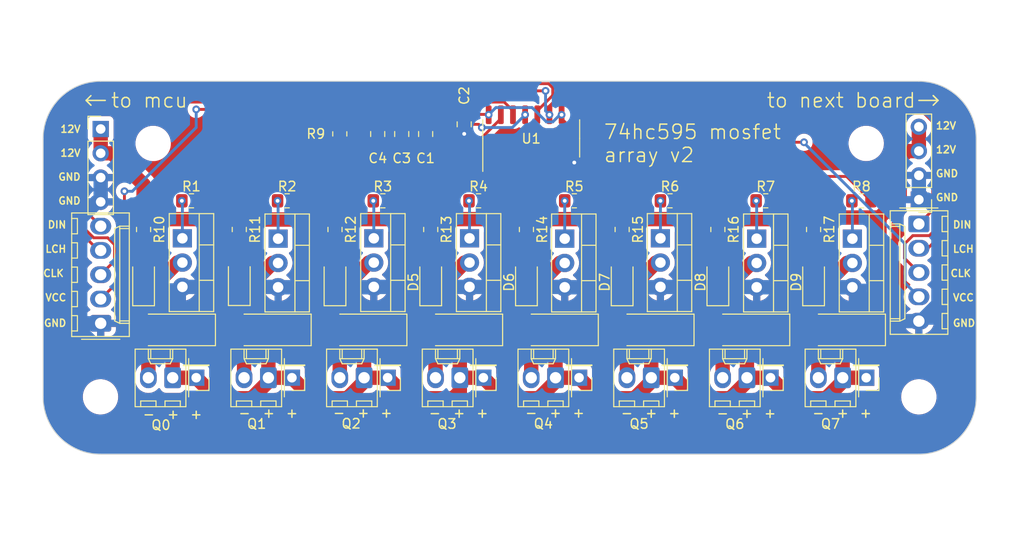
<source format=kicad_pcb>
(kicad_pcb (version 20221018) (generator pcbnew)
  (layers (0 "F.Cu" signal) (31 "B.Cu" signal) (34 "B.Paste" user) (35 "F.Paste" user) (36 "B.SilkS" user "B.Silkscreen") (37 "F.SilkS" user "F.Silkscreen") (38 "B.Mask" user) (39 "F.Mask" user) (44 "Edge.Cuts" user))
  (net 0 "")
  (net 1 "GND")
  (net 2 "VCC")
  (net 3 "Net-(D10-A)")
  (net 4 "Net-(D2-A)")
  (net 5 "Net-(D11-A)")
  (net 6 "Net-(D3-A)")
  (net 7 "Net-(D12-A)")
  (net 8 "Net-(D4-A)")
  (net 9 "Net-(D13-A)")
  (net 10 "Net-(D5-A)")
  (net 11 "Net-(D14-A)")
  (net 12 "Net-(D6-A)")
  (net 13 "Net-(D15-A)")
  (net 14 "Net-(D7-A)")
  (net 15 "Net-(D16-A)")
  (net 16 "Net-(D8-A)")
  (net 17 "Net-(D17-A)")
  (net 18 "Net-(D9-A)")
  (net 19 "12V")
  (net 20 "clock")
  (net 21 "latch")
  (net 22 "SerialIn")
  (net 23 "SerialOut")
  (net 24 "gate1")
  (net 25 "gate2")
  (net 26 "gate3")
  (net 27 "gate4")
  (net 28 "gate5")
  (net 29 "gate7")
  (net 30 "Net-(U1-QA)")
  (net 31 "gate0")
  (net 32 "Net-(U1-QB)")
  (net 33 "Net-(U1-QC)")
  (net 34 "Net-(U1-QD)")
  (net 35 "Net-(U1-QE)")
  (net 36 "Net-(U1-QF)")
  (net 37 "Net-(U1-QG)")
  (net 38 "gate6")
  (net 39 "Net-(U1-QH)")
  (net 40 "Net-(U1-~{OE})")
  (footprint "Resistor_SMD:R_0805_2012Metric_Pad1.20x1.40mm_HandSolder" (layer "F.Cu") (at 83 99.5 -90)
    (fp_text reference "R11")
    (fp_text value "10k")
  )
  (footprint "Connector_Molex:Molex_KK-254_AE-6410-05A_1x05_P2.54mm_Vertical" (layer "F.Cu") (at 154 98.92 -90)
    (fp_text reference "outgoing1" hide)
    (fp_text value "Conn_01x05_Pin")
  )
  (footprint "Connector_Molex:Molex_KK-254_AE-6410-02A_1x02_P2.54mm_Vertical" (layer "F.Cu") (at 146.04 115 180)
    (fp_text reference "J17" hide)
    (fp_text value "Conn_01x02_Pin")
  )
  (footprint "Resistor_SMD:R_0805_2012Metric_Pad1.20x1.40mm_HandSolder" (layer "F.Cu") (at 143 99.5 -90)
    (fp_text reference "R17")
    (fp_text value "10k")
  )
  (footprint "Resistor_SMD:R_0805_2012Metric_Pad1.20x1.40mm_HandSolder" (layer "F.Cu") (at 138 96.5 180)
    (fp_text reference "R7")
    (fp_text value "1k")
  )
  (footprint "Package_TO_SOT_THT:TO-220-3_Vertical" (layer "F.Cu") (at 107.055 100.42 -90)
    (fp_text reference "Q4" hide)
    (fp_text value "IRLB8721PBF")
  )
  (footprint "Package_TO_SOT_THT:TO-220-3_Vertical" (layer "F.Cu") (at 117 100.46 -90)
    (fp_text reference "Q5" hide)
    (fp_text value "IRLB8721PBF")
  )
  (footprint "Connector_PinHeader_2.54mm:PinHeader_1x01_P2.54mm_Vertical" (layer "F.Cu") (at 128.5 115 180)
    (fp_text reference "J10" hide)
    (fp_text value "Conn_01x01_Pin")
  )
  (footprint "Resistor_SMD:R_0805_2012Metric_Pad1.20x1.40mm_HandSolder" (layer "F.Cu") (at 148 96.5 180)
    (fp_text reference "R8")
    (fp_text value "1k")
  )
  (footprint "Capacitor_SMD:C_0805_2012Metric_Pad1.18x1.45mm_HandSolder" (layer "F.Cu") (at 99.97 89.514996 -90)
    (fp_text reference "C3")
    (fp_text value "10uF")
  )
  (footprint "Resistor_SMD:R_0805_2012Metric_Pad1.20x1.40mm_HandSolder" (layer "F.Cu") (at 78 96.5 180)
    (fp_text reference "R1")
    (fp_text value "1k")
  )
  (footprint "Package_TO_SOT_THT:TO-220-3_Vertical" (layer "F.Cu") (at 87.055 100.46 -90)
    (fp_text reference "Q2" hide)
    (fp_text value "IRLB8721PBF")
  )
  (footprint "Resistor_SMD:R_0805_2012Metric_Pad1.20x1.40mm_HandSolder" (layer "F.Cu") (at 133 99.5 -90)
    (fp_text reference "R16")
    (fp_text value "10k")
  )
  (footprint "Diode_SMD:D_SMA_Handsoldering" (layer "F.Cu") (at 86 110 180)
    (fp_text reference "D11" hide)
    (fp_text value "1N4001")
  )
  (footprint "Capacitor_SMD:C_0805_2012Metric_Pad1.18x1.45mm_HandSolder" (layer "F.Cu") (at 102.47 89.514996 -90)
    (fp_text reference "C1")
    (fp_text value "10uF")
  )
  (footprint "Package_TO_SOT_THT:TO-220-3_Vertical" (layer "F.Cu") (at 127 100.42 -90)
    (fp_text reference "Q6" hide)
    (fp_text value "IRLB8721PBF")
  )
  (footprint "Diode_SMD:D_SMA_Handsoldering" (layer "F.Cu") (at 76 110 180)
    (fp_text reference "D10" hide)
    (fp_text value "1N4001")
  )
  (footprint "Connector_Molex:Molex_KK-254_AE-6410-02A_1x02_P2.54mm_Vertical" (layer "F.Cu") (at 136.04 115 180)
    (fp_text reference "J15" hide)
    (fp_text value "Conn_01x02_Pin")
  )
  (footprint "Connector_PinHeader_2.54mm:PinHeader_1x01_P2.54mm_Vertical" (layer "F.Cu") (at 148.5 115 180)
    (fp_text reference "J16" hide)
    (fp_text value "Conn_01x01_Pin")
  )
  (footprint "MountingHole:MountingHole_3.2mm_M3" (layer "F.Cu") (at 68.5 117)
    (fp_text reference "H2" hide)
    (fp_text value "MountingHole")
  )
  (footprint "Connector_PinHeader_2.54mm:PinHeader_1x01_P2.54mm_Vertical" (layer "F.Cu") (at 88.5 115 180)
    (fp_text reference "J3" hide)
    (fp_text value "Conn_01x01_Pin")
  )
  (footprint "Connector_Molex:Molex_KK-254_AE-6410-05A_1x05_P2.54mm_Vertical" (layer "F.Cu") (at 68.52 109.31 90)
    (fp_text reference "incoming1" hide)
    (fp_text value "Conn_01x05_Pin")
  )
  (footprint "Connector_Molex:Molex_KK-254_AE-6410-02A_1x02_P2.54mm_Vertical" (layer "F.Cu") (at 116.04 115 180)
    (fp_text reference "J11" hide)
    (fp_text value "Conn_01x02_Pin")
  )
  (footprint "Connector_PinHeader_2.54mm:PinHeader_1x01_P2.54mm_Vertical" (layer "F.Cu") (at 78.5 115 180)
    (fp_text reference "J14" hide)
    (fp_text value "Conn_01x01_Pin")
  )
  (footprint "Resistor_SMD:R_0805_2012Metric_Pad1.20x1.40mm_HandSolder" (layer "F.Cu") (at 88 96.5 180)
    (fp_text reference "R2")
    (fp_text value "1k")
  )
  (footprint "Resistor_SMD:R_0805_2012Metric_Pad1.20x1.40mm_HandSolder" (layer "F.Cu") (at 108 96.5 180)
    (fp_text reference "R4")
    (fp_text value "1k")
  )
  (footprint "Diode_SMD:D_SMA_Handsoldering" (layer "F.Cu") (at 146 110 180)
    (fp_text reference "D17" hide)
    (fp_text value "1N4001")
  )
  (footprint "LED_SMD:LED_1206_3216Metric_Pad1.42x1.75mm_HandSolder" (layer "F.Cu") (at 143 105.0125 90)
    (fp_text reference "D9")
    (fp_text value "LED")
  )
  (footprint "LED_SMD:LED_1206_3216Metric_Pad1.42x1.75mm_HandSolder" (layer "F.Cu") (at 103 105.0125 90)
    (fp_text reference "D5")
    (fp_text value "LED")
  )
  (footprint "Connector_Molex:Molex_KK-254_AE-6410-02A_1x02_P2.54mm_Vertical" (layer "F.Cu") (at 76.04 115 180)
    (fp_text reference "J2" hide)
    (fp_text value "Conn_01x02_Pin")
  )
  (footprint "LED_SMD:LED_1206_3216Metric_Pad1.42x1.75mm_HandSolder" (layer "F.Cu") (at 123 105.0125 90)
    (fp_text reference "D7")
    (fp_text value "LED")
  )
  (footprint "Package_TO_SOT_THT:TO-220-3_Vertical" (layer "F.Cu") (at 147.055 100.46 -90)
    (fp_text reference "Q8" hide)
    (fp_text value "IRLB8721PBF")
  )
  (footprint "Diode_SMD:D_SMA_Handsoldering" (layer "F.Cu") (at 126 110 180)
    (fp_text reference "D15" hide)
    (fp_text value "1N4001")
  )
  (footprint "Diode_SMD:D_SMA_Handsoldering" (layer "F.Cu") (at 116 110 180)
    (fp_text reference "D14" hide)
    (fp_text value "1N4001")
  )
  (footprint "Connector_PinHeader_2.54mm:PinHeader_1x01_P2.54mm_Vertical" (layer "F.Cu") (at 108.5 115 180)
    (fp_text reference "J6" hide)
    (fp_text value "Conn_01x01_Pin")
  )
  (footprint "Resistor_SMD:R_0805_2012Metric_Pad1.20x1.40mm_HandSolder" (layer "F.Cu") (at 93.5 89.5 -90)
    (fp_text reference "R9")
    (fp_text value "10k")
  )
  (footprint "Connector_Molex:Molex_KK-254_AE-6410-02A_1x02_P2.54mm_Vertical" (layer "F.Cu") (at 126.04 115 180)
    (fp_text reference "J13" hide)
    (fp_text value "Conn_01x02_Pin")
  )
  (footprint "Connector_PinHeader_2.54mm:PinHeader_1x01_P2.54mm_Vertical" (layer "F.Cu") (at 118.5 115 180)
    (fp_text reference "J8" hide)
    (fp_text value "Conn_01x01_Pin")
  )
  (footprint "Diode_SMD:D_SMA_Handsoldering" (layer "F.Cu") (at 136 110 180)
    (fp_text reference "D16" hide)
    (fp_text value "1N4001")
  )
  (footprint "LED_SMD:LED_1206_3216Metric_Pad1.42x1.75mm_HandSolder" (layer "F.Cu") (at 113 105.0125 90)
    (fp_text reference "D6")
    (fp_text value "LED")
  )
  (footprint "Diode_SMD:D_SMA_Handsoldering" (layer "F.Cu") (at 106 110 180)
    (fp_text reference "D13" hide)
    (fp_text value "1N4001")
  )
  (footprint "LED_SMD:LED_1206_3216Metric_Pad1.42x1.75mm_HandSolder" (layer "F.Cu") (at 83 104.9875 90)
    (fp_text reference "D3" hide)
    (fp_text value "LED")
  )
  (footprint "MountingHole:MountingHole_3.2mm_M3" (layer "F.Cu") (at 154 117)
    (fp_text reference "H3" hide)
    (fp_text value "MountingHole")
  )
  (footprint "Resistor_SMD:R_0805_2012Metric_Pad1.20x1.40mm_HandSolder" (layer "F.Cu") (at 93 99.5 -90)
    (fp_text reference "R12")
    (fp_text value "10k")
  )
  (footprint "Package_TO_SOT_THT:TO-220-3_Vertical" (layer "F.Cu") (at 137.055 100.46 -90)
    (fp_text reference "Q7" hide)
    (fp_text value "IRLB8721PBF")
  )
  (footprint "Resistor_SMD:R_0805_2012Metric_Pad1.20x1.40mm_HandSolder" (layer "F.Cu") (at 113 99.5 -90)
    (fp_text reference "R14")
    (fp_text value "10k")
  )
  (footprint "Connector_Molex:Molex_KK-254_AE-6410-02A_1x02_P2.54mm_Vertical" (layer "F.Cu") (at 106.04 115 180)
    (fp_text reference "J9" hide)
    (fp_text value "Conn_01x02_Pin")
  )
  (footprint "Package_TO_SOT_THT:TO-220-3_Vertical" (layer "F.Cu") (at 97.055 100.42 -90)
    (fp_text reference "Q3" hide)
    (fp_text value "IRLB8721PBF")
  )
  (footprint "Resistor_SMD:R_0805_2012Metric_Pad1.20x1.40mm_HandSolder" (layer "F.Cu") (at 128 96.5 180)
    (fp_text reference "R6")
    (fp_text value "1k")
  )
  (footprint "Connector_Molex:Molex_KK-254_AE-6410-02A_1x02_P2.54mm_Vertical" (layer "F.Cu") (at 86.04 115 180)
    (fp_text reference "J5" hide)
    (fp_text value "Conn_01x02_Pin")
  )
  (footprint "Resistor_SMD:R_0805_2012Metric_Pad1.20x1.40mm_HandSolder" (layer "F.Cu") (at 73 99.5 -90)
    (fp_text reference "R10")
    (fp_text value "10k")
  )
  (footprint "Resistor_SMD:R_0805_2012Metric_Pad1.20x1.40mm_HandSolder" (layer "F.Cu") (at 98 96.5 180)
    (fp_text reference "R3")
    (fp_text value "1k")
  )
  (footprint "LED_SMD:LED_1206_3216Metric_Pad1.42x1.75mm_HandSolder" (layer "F.Cu") (at 133 105.0125 90)
    (fp_text reference "D8")
    (fp_text value "LED")
  )
  (footprint "Diode_SMD:D_SMA_Handsoldering" (layer "F.Cu") (at 96 110 180)
    (fp_text reference "D12" hide)
    (fp_text value "1N4001")
  )
  (footprint "MountingHole:MountingHole_3.2mm_M3" (layer "F.Cu") (at 74 90.5)
    (fp_text reference "H1" hide)
    (fp_text value "MountingHole")
  )
  (footprint "Resistor_SMD:R_0805_2012Metric_Pad1.20x1.40mm_HandSolder" (layer "F.Cu") (at 103 99.5 -90)
    (fp_text reference "R13")
    (fp_text value "10k")
  )
  (footprint "Connector_PinHeader_2.54mm:PinHeader_1x01_P2.54mm_Vertical" (layer "F.Cu") (at 138.5 115 180)
    (fp_text reference "J12" hide)
    (fp_text value "Conn_01x01_Pin")
  )
  (footprint "Package_SO:SOIC-16_3.9x9.9mm_P1.27mm" (layer "F.Cu") (at 113.5 89.975 90)
    (fp_text reference "U1")
    (fp_text value "74HC595")
  )
  (footprint "Package_TO_SOT_THT:TO-220-3_Vertical" (layer "F.Cu") (at 77.055 100.42 -90)
    (fp_text reference "Q1" hide)
    (fp_text value "IRLB8721PBF")
  )
  (footprint "LED_SMD:LED_1206_3216Metric_Pad1.42x1.75mm_HandSolder" (layer "F.Cu") (at 73 105.0125 90)
    (fp_text reference "D2" hide)
    (fp_text value "LED")
  )
  (footprint "MountingHole:MountingHole_3.2mm_M3" (layer "F.Cu") (at 148.5 90.5)
    (fp_text reference "H4" hide)
    (fp_text value "MountingHole")
  )
  (footprint "Resistor_SMD:R_0805_2012Metric_Pad1.20x1.40mm_HandSolder" (layer "F.Cu") (at 118 96.5 180)
    (fp_text reference "R5")
    (fp_text value "1k")
  )
  (footprint "Capacitor_SMD:C_0805_2012Metric_Pad1.18x1.45mm_HandSolder" (layer "F.Cu") (at 97.46 89.514996 -90)
    (fp_text reference "C4")
    (fp_text value "10uF")
  )
  (footprint "Connector_Molex:Molex_KK-254_AE-6410-02A_1x02_P2.54mm_Vertical" (layer "F.Cu") (at 96.04 115 180)
    (fp_text reference "J7" hide)
    (fp_text value "Conn_01x02_Pin")
  )
  (footprint "LED_SMD:LED_1206_3216Metric_Pad1.42x1.75mm_HandSolder" (layer "F.Cu") (at 93 105.0125 90)
    (fp_text reference "D4" hide)
    (fp_text value "LED")
  )
  (footprint "Capacitor_SMD:C_0805_2012Metric_Pad1.18x1.45mm_HandSolder" (layer "F.Cu") (at 106.5 88.5 -90)
    (fp_text reference "C2")
    (fp_text value "100nF")
  )
  (footprint "Connector_PinHeader_2.54mm:PinHeader_1x01_P2.54mm_Vertical" (layer "F.Cu") (at 98.5 115 180)
    (fp_text reference "J4" hide)
    (fp_text value "Conn_01x01_Pin")
  )
  (footprint "Resistor_SMD:R_0805_2012Metric_Pad1.20x1.40mm_HandSolder" (layer "F.Cu") (at 123 99.5 -90)
    (fp_text reference "R15")
    (fp_text value "10k")
  )
  (footprint "Connector_PinHeader_2.54mm:PinHeader_1x04_P2.54mm_Vertical" (layer "F.Cu") (at 68.52 88.99)
    (fp_text reference "input12V1" hide)
    (fp_text value "Conn_01x04_Pin")
  )
  (footprint "Connector_PinHeader_2.54mm:PinHeader_1x04_P2.54mm_Vertical" (layer "F.Cu") (at 154 96.38 180)
    (fp_text reference "ouput12V1" hide)
    (fp_text value "Conn_01x04_Pin")
  )
  (gr_line (start 155.5 85.5) (end 156 86) (stroke (width 0.15)) (layer "F.SilkS"))
  (gr_line (start 156 86) (end 155.5 85.5) (stroke (width 0.15)) (layer "F.SilkS"))
  (gr_line (start 156 86) (end 154 86) (stroke (width 0.15)) (layer "F.SilkS"))
  (gr_line (start 67 86) (end 67.5 86.5) (stroke (width 0.15)) (layer "F.SilkS"))
  (gr_line (start 67 86) (end 69 86) (stroke (width 0.15)) (layer "F.SilkS"))
  (gr_line (start 67.5 86.5) (end 67 86) (stroke (width 0.15)) (layer "F.SilkS"))
  (gr_line (start 67.5 85.5) (end 67 86) (stroke (width 0.15)) (layer "F.SilkS"))
  (gr_line (start 155.5 86.5) (end 156 86) (stroke (width 0.15)) (layer "F.SilkS"))
  (gr_arc (start 160 117) (mid 158.242641 121.242641) (end 154 123) (stroke (width 0.1)) (layer "Edge.Cuts"))
  (gr_arc (start 62.5 90) (mid 64.257359 85.757359) (end 68.5 84) (stroke (width 0.1)) (layer "Edge.Cuts"))
  (gr_line (start 62.5 90) (end 62.5 117) (stroke (width 0.1)) (layer "Edge.Cuts"))
  (gr_line (start 154 84) (end 68.5 84) (stroke (width 0.1)) (layer "Edge.Cuts"))
  (gr_line (start 68.5 123) (end 154 123) (stroke (width 0.1)) (layer "Edge.Cuts"))
  (gr_arc (start 68.5 123) (mid 64.257359 121.242641) (end 62.5 117) (stroke (width 0.1)) (layer "Edge.Cuts"))
  (gr_arc (start 154 84) (mid 158.242641 85.757359) (end 160 90) (stroke (width 0.1)) (layer "Edge.Cuts"))
  (gr_line (start 160 117) (end 160 90) (stroke (width 0.1)) (layer "Edge.Cuts"))
  (gr_text "+" (at 78.5 118.81) (layer "F.SilkS") (effects (font (size 1 1))))
  (gr_text "GND" (at 65 109.287) (layer "F.SilkS") (effects (font (size 0.75 0.75)) (justify right)))
  (gr_text "-" (at 113.5 118.663) (layer "F.SilkS") (effects (font (size 1 1))))
  (gr_text "-" (at 83.547 118.683) (layer "F.SilkS") (effects (font (size 1 1))))
  (gr_text "+" (at 86.087 118.683) (layer "F.SilkS") (effects (font (size 1 1))))
  (gr_text "+" (at 98.373 118.663) (layer "F.SilkS") (effects (font (size 1 1))))
  (gr_text "DIN" (at 65 99) (layer "F.SilkS") (effects (font (size 0.75 0.75)) (justify right)))
  (gr_text "12V" (at 155.702 91.146) (layer "F.SilkS") (effects (font (size 0.75 0.75)) (justify left)))
  (gr_text "GND" (at 66.5 94) (layer "F.SilkS") (effects (font (size 0.75 0.75)) (justify right)))
  (gr_text "+" (at 95.96 118.663) (layer "F.SilkS") (effects (font (size 1 1))))
  (gr_text "+" (at 88.5 118.683) (layer "F.SilkS") (effects (font (size 1 1))))
  (gr_text "Q3" (at 104.704 119.826) (layer "F.SilkS") (effects (font (size 1 1))))
  (gr_text "-" (at 133.5 118.703) (layer "F.SilkS") (effects (font (size 1 1))))
  (gr_text "VCC" (at 65 106.62) (layer "F.SilkS") (effects (font (size 0.75 0.75)) (justify right)))
  (gr_text "12V" (at 155.702 88.646) (layer "F.SilkS") (effects (font (size 0.75 0.75)) (justify left)))
  (gr_text "+" (at 136.04 118.703) (layer "F.SilkS") (effects (font (size 1 1))))
  (gr_text "Q4" (at 114.77 119.806) (layer "F.SilkS") (effects (font (size 1 1))))
  (gr_text "+" (at 105.974 118.683) (layer "F.SilkS") (effects (font (size 1 1))))
  (gr_text "-" (at 73.547 118.81) (layer "F.SilkS") (effects (font (size 1 1))))
  (gr_text "74hc595 mosfet\narray v2" (at 121 90.5) (layer "F.SilkS") (effects (font (size 1.5 1.5)) (justify left)))
  (gr_text "Q0" (at 74.817 119.953) (layer "F.SilkS") (effects (font (size 1 1))))
  (gr_text "to mcu" (at 69.5 86) (layer "F.SilkS") (effects (font (size 1.5 1.5)) (justify left)))
  (gr_text "GND" (at 155.702 93.646) (layer "F.SilkS") (effects (font (size 0.75 0.75)) (justify left)))
  (gr_text "GND" (at 66.5 96.5) (layer "F.SilkS") (effects (font (size 0.75 0.75)) (justify right)))
  (gr_text "+" (at 76.087 118.81) (layer "F.SilkS") (effects (font (size 1 1))))
  (gr_text "Q6" (at 134.77 119.846) (layer "F.SilkS") (effects (font (size 1 1))))
  (gr_text "-" (at 93.42 118.663) (layer "F.SilkS") (effects (font (size 1 1))))
  (gr_text "Q5" (at 124.77 119.826) (layer "F.SilkS") (effects (font (size 1 1))))
  (gr_text "+" (at 146.04 118.683) (layer "F.SilkS") (effects (font (size 1 1))))
  (gr_text "-" (at 103.434 118.683) (layer "F.SilkS") (effects (font (size 1 1))))
  (gr_text "Q7" (at 144.77 119.826) (layer "F.SilkS") (effects (font (size 1 1))))
  (gr_text "DIN" (at 157.48 99) (layer "F.SilkS") (effects (font (size 0.75 0.75)) (justify left)))
  (gr_text "VCC" (at 157.48 106.62) (layer "F.SilkS") (effects (font (size 0.75 0.75)) (justify left)))
  (gr_text "Q2" (at 94.69 119.806) (layer "F.SilkS") (effects (font (size 1 1))))
  (gr_text "+" (at 118.453 118.663) (layer "F.SilkS") (effects (font (size 1 1))))
  (gr_text "+" (at 138.453 118.703) (layer "F.SilkS") (effects (font (size 1 1))))
  (gr_text "LCH\n" (at 157.48 101.54) (layer "F.SilkS") (effects (font (size 0.75 0.75)) (justify left)))
  (gr_text "GND" (at 155.702 96.146) (layer "F.SilkS") (effects (font (size 0.75 0.75)) (justify left)))
  (gr_text "Q1" (at 84.817 119.826) (layer "F.SilkS") (effects (font (size 1 1))))
  (gr_text "+" (at 128.453 118.683) (layer "F.SilkS") (effects (font (size 1 1))))
  (gr_text "12V" (at 66.5 89) (layer "F.SilkS") (effects (font (size 0.75 0.75)) (justify right)))
  (gr_text "CLK" (at 64.746 104.08) (layer "F.SilkS") (effects (font (size 0.75 0.75)) (justify right)))
  (gr_text "+" (at 126.04 118.683) (layer "F.SilkS") (effects (font (size 1 1))))
  (gr_text "-" (at 143.5 118.683) (layer "F.SilkS") (effects (font (size 1 1))))
  (gr_text "+" (at 148.453 118.683) (layer "F.SilkS") (effects (font (size 1 1))))
  (gr_text "12V" (at 66.5 91.5) (layer "F.SilkS") (effects (font (size 0.75 0.75)) (justify right)))
  (gr_text "to next board\n" (at 138 86) (layer "F.SilkS") (effects (font (size 1.5 1.5)) (justify left)))
  (gr_text "+" (at 116.04 118.663) (layer "F.SilkS") (effects (font (size 1 1))))
  (gr_text "-" (at 123.5 118.683) (layer "F.SilkS") (effects (font (size 1 1))))
  (gr_text "+" (at 108.387 118.683) (layer "F.SilkS") (effects (font (size 1 1))))
  (gr_text "LCH\n" (at 65 101.54) (layer "F.SilkS") (effects (font (size 0.75 0.75)) (justify right)))
  (gr_text "CLK" (at 157.226 104.08) (layer "F.SilkS") (effects (font (size 0.75 0.75)) (justify left)))
  (gr_text "GND" (at 157.48 109.287) (layer "F.SilkS") (effects (font (size 0.75 0.75)) (justify left)))
  (segment (start 106.5 89.5) (end 106.5 89.5375) (width 0.3) (layer "F.Cu") (net 1))
  (via (at 118 92.5) (size 0.8) (drill 0.4) (layers "F.Cu" "B.Cu") (net 1))
  (via (at 106.5 89.5) (size 0.8) (drill 0.4) (layers "F.Cu" "B.Cu") (net 1))
  (segment (start 97.055 105.5) (end 107.055 105.5) (width 1.5) (layer "B.Cu") (net 1))
  (segment (start 154.88 96.38) (end 154 96.38) (width 1.5) (layer "B.Cu") (net 1))
  (segment (start 126.96 105.54) (end 127 105.5) (width 1.5) (layer "B.Cu") (net 1))
  (segment (start 68.52 111.85) (end 68.11971 111.85) (width 1.5) (layer "B.Cu") (net 1))
  (segment (start 68.52 111.85) (end 70.705 111.85) (width 1.5) (layer "B.Cu") (net 1))
  (segment (start 66.375 110.10529) (end 67.17029 109.31) (width 1.5) (layer "B.Cu") (net 1))
  (segment (start 77.055 105.5) (end 87.015 105.5) (width 1.5) (layer "B.Cu") (net 1))
  (segment (start 87.015 105.5) (end 87.055 105.54) (width 1.5) (layer "B.Cu") (net 1))
  (segment (start 156.045 107.293869) (end 156.045 97.545) (width 1.5) (layer "B.Cu") (net 1))
  (segment (start 117 105.54) (end 126.96 105.54) (width 1.5) (layer "B.Cu") (net 1))
  (segment (start 68.11971 111.85) (end 66.375 110.10529) (width 1.5) (layer "B.Cu") (net 1))
  (segment (start 107.055 105.5) (end 116.96 105.5) (width 1.5) (layer "B.Cu") (net 1))
  (segment (start 154.258869 109.08) (end 156.045 107.293869) (width 1.5) (layer "B.Cu") (net 1))
  (segment (start 154 96.38) (end 154 93.84) (width 1.5) (layer "B.Cu") (net 1))
  (segment (start 67.17029 109.31) (end 68.52 109.31) (width 1.5) (layer "B.Cu") (net 1))
  (segment (start 154 109.08) (end 154.258869 109.08) (width 1.5) (layer "B.Cu") (net 1))
  (segment (start 68.52 94.07) (end 68.52 96.61) (width 1.5) (layer "B.Cu") (net 1))
  (segment (start 137.055 105.54) (end 147.055 105.54) (width 1.5) (layer "B.Cu") (net 1))
  (segment (start 70.705 111.85) (end 77.055 105.5) (width 1.5) (layer "B.Cu") (net 1))
  (segment (start 66.375 98.35471) (end 68.11971 96.61) (width 1.5) (layer "B.Cu") (net 1))
  (segment (start 116.96 105.5) (end 117 105.54) (width 1.5) (layer "B.Cu") (net 1))
  (segment (start 66.375 110.10529) (end 66.375 98.35471) (width 1.5) (layer "B.Cu") (net 1))
  (segment (start 150.595 109.08) (end 154 109.08) (width 1.5) (layer "B.Cu") (net 1))
  (segment (start 137.015 105.5) (end 137.055 105.54) (width 1.5) (layer "B.Cu") (net 1))
  (segment (start 156.045 97.545) (end 154.88 96.38) (width 1.5) (layer "B.Cu") (net 1))
  (segment (start 147.055 105.54) (end 150.595 109.08) (width 1.5) (layer "B.Cu") (net 1))
  (segment (start 127 105.5) (end 137.015 105.5) (width 1.5) (layer "B.Cu") (net 1))
  (segment (start 97.015 105.54) (end 97.055 105.5) (width 1.5) (layer "B.Cu") (net 1))
  (segment (start 87.055 105.54) (end 97.015 105.54) (width 1.5) (layer "B.Cu") (net 1))
  (segment (start 68.11971 96.61) (end 68.52 96.61) (width 1.5) (layer "B.Cu") (net 1))
  (segment (start 99.97 88.477496) (end 97.46 88.477496) (width 0.3) (layer "F.Cu") (net 2))
  (segment (start 109.0175 87.4625) (end 109.055 87.5) (width 0.3) (layer "F.Cu") (net 2))
  (segment (start 71 104.29) (end 71 95.5) (width 0.3) (layer "F.Cu") (net 2))
  (segment (start 106.4625 87.5) (end 106.5 87.4625) (width 0.3) (layer "F.Cu") (net 2))
  (segment (start 104.5 87.5) (end 106.4625 87.5) (width 0.3) (layer "F.Cu") (net 2))
  (segment (start 78.5 86.9405) (end 103.9405 86.9405) (width 0.3) (layer "F.Cu") (net 2))
  (segment (start 119.138393 90.3755) (end 116.675 87.912107) (width 0.3) (layer "F.Cu") (net 2))
  (segment (start 68.52 106.77) (end 71 104.29) (width 0.3) (layer "F.Cu") (net 2))
  (segment (start 106.5 87.4625) (end 109.0175 87.4625) (width 0.3) (layer "F.Cu") (net 2))
  (segment (start 102.47 88.477496) (end 102.47 88.411) (width 0.3) (layer "F.Cu") (net 2))
  (segment (start 102.47 88.477496) (end 99.97 88.477496) (width 0.3) (layer "F.Cu") (net 2))
  (segment (start 116.675 87.5) (end 116.675 88.330661) (width 0.3) (layer "F.Cu") (net 2))
  (segment (start 103.9405 86.9405) (end 104.5 87.5) (width 0.3) (layer "F.Cu") (net 2))
  (segment (start 142 90.3755) (end 119.138393 90.3755) (width 0.3) (layer "F.Cu") (net 2))
  (segment (start 102.47 88.411) (end 103.9405 86.9405) (width 0.3) (layer "F.Cu") (net 2))
  (segment (start 116.675 87.912107) (end 116.675 87.5) (width 0.3) (layer "F.Cu") (net 2))
  (via (at 78.5 86.9405) (size 0.8) (drill 0.4) (layers "F.Cu" "B.Cu") (net 2))
  (via (at 71 95.5) (size 0.8) (drill 0.4) (layers "F.Cu" "B.Cu") (net 2))
  (via (at 109.055 87.5) (size 0.8) (drill 0.4) (layers "F.Cu" "B.Cu") (net 2))
  (via (at 116.675 87.5) (size 0.8) (drill 0.4) (layers "F.Cu" "B.Cu") (net 2))
  (via (at 142 90.3755) (size 0.8) (drill 0.4) (layers "F.Cu" "B.Cu") (net 2))
  (segment (start 109.805 86.75) (end 113.594339 86.75) (width 0.3) (layer "B.Cu") (net 2))
  (segment (start 115.094339 88.25) (end 115.75 88.25) (width 0.3) (layer "B.Cu") (net 2))
  (segment (start 142 90.439339) (end 142 90.3755) (width 0.3) (layer "B.Cu") (net 2))
  (segment (start 71 95.5) (end 71.828427 95.5) (width 0.3) (layer "B.Cu") (net 2))
  (segment (start 78.5 88.828427) (end 78.5 86.9405) (width 0.3) (layer "B.Cu") (net 2))
  (segment (start 152.555 100.994339) (end 152.555 105.095) (width 0.3) (layer "B.Cu") (net 2))
  (segment (start 113.594339 86.75) (end 115.094339 88.25) (width 0.3) (layer "B.Cu") (net 2))
  (segment (start 144.760661 93.2) (end 152.555 100.994339) (width 0.3) (layer "B.Cu") (net 2))
  (segment (start 115.75 88.25) (end 116.5 87.5) (width 0.3) (layer "B.Cu") (net 2))
  (segment (start 109.055 87.5) (end 109.805 86.75) (width 0.3) (layer "B.Cu") (net 2))
  (segment (start 144.760661 93.2) (end 142 90.439339) (width 0.3) (layer "B.Cu") (net 2))
  (segment (start 71.828427 95.5) (end 78.5 88.828427) (width 0.3) (layer "B.Cu") (net 2))
  (segment (start 152.555 105.095) (end 154 106.54) (width 0.3) (layer "B.Cu") (net 2))
  (segment (start 73.5 107) (end 73 106.5) (width 1.5) (layer "F.Cu") (net 3))
  (segment (start 76.54 102.96) (end 77.055 102.96) (width 1.5) (layer "F.Cu") (net 3))
  (segment (start 73 106.5) (end 76.54 102.96) (width 1.5) (layer "F.Cu") (net 3))
  (segment (start 73.5 110) (end 73.5 115) (width 1.5) (layer "F.Cu") (net 3))
  (segment (start 73.5 110) (end 73.5 107) (width 1.5) (layer "F.Cu") (net 3))
  (segment (start 73 103.525) (end 73 100.5) (width 0.3) (layer "F.Cu") (net 4))
  (segment (start 83 109.5) (end 83.5 110) (width 1.5) (layer "F.Cu") (net 5))
  (segment (start 83 106.475) (end 86.475 103) (width 1.5) (layer "F.Cu") (net 5))
  (segment (start 86.475 103) (end 87.055 103) (width 1.5) (layer "F.Cu") (net 5))
  (segment (start 83.5 110) (end 83.5 115) (width 1.5) (layer "F.Cu") (net 5))
  (segment (start 83 106.475) (end 83 109.5) (width 1.5) (layer "F.Cu") (net 5))
  (segment (start 83 103.5) (end 83 100.5) (width 0.3) (layer "F.Cu") (net 6))
  (segment (start 93.5 115) (end 93.5 110) (width 1.5) (layer "F.Cu") (net 7))
  (segment (start 93.5 107) (end 93 106.5) (width 1.5) (layer "F.Cu") (net 7))
  (segment (start 93.5 110) (end 93.5 107) (width 1.5) (layer "F.Cu") (net 7))
  (segment (start 93 106.5) (end 96.54 102.96) (width 1.5) (layer "F.Cu") (net 7))
  (segment (start 96.54 102.96) (end 97.055 102.96) (width 1.5) (layer "F.Cu") (net 7))
  (segment (start 93 100.5) (end 93 103.525) (width 0.3) (layer "F.Cu") (net 8))
  (segment (start 103.5 110) (end 103.5 107) (width 1.5) (layer "F.Cu") (net 9))
  (segment (start 103 106.5) (end 106.54 102.96) (width 1.5) (layer "F.Cu") (net 9))
  (segment (start 103.5 107) (end 103 106.5) (width 1.5) (layer "F.Cu") (net 9))
  (segment (start 106.54 102.96) (end 107.055 102.96) (width 1.5) (layer "F.Cu") (net 9))
  (segment (start 103.5 115) (end 103.5 110) (width 1.5) (layer "F.Cu") (net 9))
  (segment (start 103 103.525) (end 103 100.5) (width 0.3) (layer "F.Cu") (net 10))
  (segment (start 113 106.5) (end 116.5 103) (width 1.5) (layer "F.Cu") (net 11))
  (segment (start 113.5 115) (end 113.5 110) (width 1.5) (layer "F.Cu") (net 11))
  (segment (start 116.5 103) (end 117 103) (width 1.5) (layer "F.Cu") (net 11))
  (segment (start 113.5 107) (end 113 106.5) (width 1.5) (layer "F.Cu") (net 11))
  (segment (start 113.5 110) (end 113.5 107) (width 1.5) (layer "F.Cu") (net 11))
  (segment (start 113 103.525) (end 113 100.5) (width 0.3) (layer "F.Cu") (net 12))
  (segment (start 123.5 110) (end 123.5 107) (width 1.5) (layer "F.Cu") (net 13))
  (segment (start 123.5 107) (end 123 106.5) (width 1.5) (layer "F.Cu") (net 13))
  (segment (start 123 106.5) (end 126.54 102.96) (width 1.5) (layer "F.Cu") (net 13))
  (segment (start 126.54 102.96) (end 127 102.96) (width 1.5) (layer "F.Cu") (net 13))
  (segment (start 123.5 115) (end 123.5 110) (width 1.5) (layer "F.Cu") (net 13))
  (segment (start 123 103.525) (end 123 100.5) (width 0.3) (layer "F.Cu") (net 14))
  (segment (start 133 106.5) (end 136.5 103) (width 1.5) (layer "F.Cu") (net 15))
  (segment (start 133.5 115) (end 133.5 110) (width 1.5) (layer "F.Cu") (net 15))
  (segment (start 136.5 103) (end 137.055 103) (width 1.5) (layer "F.Cu") (net 15))
  (segment (start 133.5 107) (end 133 106.5) (width 1.5) (layer "F.Cu") (net 15))
  (segment (start 133.5 110) (end 133.5 107) (width 1.5) (layer "F.Cu") (net 15))
  (segment (start 133 103.525) (end 133 100.5) (width 0.3) (layer "F.Cu") (net 16))
  (segment (start 143 106.5) (end 146.5 103) (width 1.5) (layer "F.Cu") (net 17))
  (segment (start 143.5 110) (end 143.5 107) (width 1.5) (layer "F.Cu") (net 17))
  (segment (start 143.5 107) (end 143 106.5) (width 1.5) (layer "F.Cu") (net 17))
  (segment (start 146.5 103) (end 147.055 103) (width 1.5) (layer "F.Cu") (net 17))
  (segment (start 143.5 115) (end 143.5 110) (width 1.5) (layer "F.Cu") (net 17))
  (segment (start 143 103.525) (end 143 100.5) (width 0.3) (layer "F.Cu") (net 18))
  (segment (start 86.04 112.46) (end 88.5 110) (width 1.5) (layer "F.Cu") (net 19))
  (segment (start 78.5 115) (end 80.645 117.145) (width 1.5) (layer "F.Cu") (net 19))
  (segment (start 86.04 115) (end 88.5 115) (width 1.5) (layer "F.Cu") (net 19))
  (segment (start 106.04 115) (end 108.5 115) (width 1.5) (layer "F.Cu") (net 19))
  (segment (start 154 91.3) (end 154 88.76) (width 1.5) (layer "F.Cu") (net 19))
  (segment (start 116.04 115) (end 116.04 112.46) (width 1.5) (layer "F.Cu") (net 19))
  (segment (start 124.29529 117.145) (end 126.04 115.40029) (width 1.5) (layer "F.Cu") (net 19))
  (segment (start 130.645 117.145) (end 134.29529 117.145) (width 1.5) (layer "F.Cu") (net 19))
  (segment (start 118.5 115) (end 120.645 117.145) (width 1.5) (layer "F.Cu") (net 19))
  (segment (start 76.04 115) (end 78.5 115) (width 1.5) (layer "F.Cu") (net 19))
  (segment (start 80.645 117.145) (end 84.29529 117.145) (width 1.5) (layer "F.Cu") (net 19))
  (segment (start 126.04 115) (end 126.04 112.46) (width 1.5) (layer "F.Cu") (net 19))
  (segment (start 82.9175 98.4175) (end 83 98.5) (width 1.5) (layer "F.Cu") (net 19))
  (segment (start 96.04 112.46) (end 98.5 110) (width 1.5) (layer "F.Cu") (net 19))
  (segment (start 114.29529 117.145) (end 116.04 115.40029) (width 1.5) (layer "F.Cu") (net 19))
  (segment (start 126.04 115) (end 128.5 115) (width 1.5) (layer "F.Cu") (net 19))
  (segment (start 68.52 88.99) (end 68.52 91.53) (width 1.5) (layer "F.Cu") (net 19))
  (segment (start 106.04 115) (end 106.04 112.46) (width 1.5) (layer "F.Cu") (net 19))
  (segment (start 76.04 115) (end 76.04 112.46) (width 1.5) (layer "F.Cu") (net 19))
  (segment (start 88.5 115) (end 90.645 117.145) (width 1.5) (layer "F.Cu") (net 19))
  (segment (start 138.5 115) (end 140.645 117.145) (width 1.5) (layer "F.Cu") (net 19))
  (segment (start 116.04 115) (end 118.5 115) (width 1.5) (layer "F.Cu") (net 19))
  (segment (start 120.645 117.145) (end 124.29529 117.145) (width 1.5) (layer "F.Cu") (net 19))
  (segment (start 96.04 115) (end 96.04 112.46) (width 1.5) (layer "F.Cu") (net 19))
  (segment (start 149.888478 98.25) (end 149.888478 108.611522) (width 1.5) (layer "F.Cu") (net 19))
  (segment (start 108.5 115) (end 110.645 117.145) (width 1.5) (layer "F.Cu") (net 19))
  (segment (start 90.645 117.145) (end 94.29529 117.145) (width 1.5) (layer "F.Cu") (net 19))
  (segment (start 110.645 117.145) (end 114.29529 117.145) (width 1.5) (layer "F.Cu") (net 19))
  (segment (start 152.797919 91.3) (end 154 91.3) (width 1.5) (layer "F.Cu") (net 19))
  (segment (start 94.29529 117.145) (end 96.04 115.40029) (width 1.5) (layer "F.Cu") (net 19))
  (segment (start 73 94.807919) (end 69.722081 91.53) (width 1.5) (layer "F.Cu") (net 19))
  (segment (start 83.0425 98.4575) (end 92.9575 98.4575) (width 1.5) (layer "F.Cu") (net 19))
  (segment (start 86.04 115) (end 86.04 112.46) (width 1.5) (layer "F.Cu") (net 19))
  (segment (start 142.9175 98.4175) (end 143 98.5) (width 1.5) (layer "F.Cu") (net 19))
  (segment (start 86.04 115.40029) (end 86.04 115) (width 1.5) (layer "F.Cu") (net 19))
  (segment (start 106.04 116.46) (end 106.04 115) (width 1.5) (layer "F.Cu") (net 19))
  (segment (start 134.29529 117.145) (end 136.04 115.40029) (width 1.5) (layer "F.Cu") (net 19))
  (segment (start 78.5 110) (end 80 108.5) (width 1.5) (layer "F.Cu") (net 19))
  (segment (start 98.5 115) (end 100.645 117.145) (width 1.5) (layer "F.Cu") (net 19))
  (segment (start 136.04 115) (end 136.04 112.46) (width 1.5) (layer "F.Cu") (net 19))
  (segment (start 149.888478 98.25) (end 152 96.138478) (width 1.5) (layer "F.Cu") (net 19))
  (segment (start 105.355 117.145) (end 106.04 116.46) (width 1.5) (layer "F.Cu") (net 19))
  (segment (start 93 98.5) (end 93.0825 98.4175) (width 1.5) (layer "F.Cu") (net 19))
  (segment (start 152 96.138478) (end 152 92.097919) (width 1.5) (layer "F.Cu") (net 19))
  (segment (start 106.04 112.46) (end 108.5 110) (width 1.5) (layer "F.Cu") (net 19))
  (segment (start 149.888478 108.611522) (end 148.5 110) (width 1.5) (layer "F.Cu") (net 19))
  (segment (start 69.722081 91.53) (end 68.52 91.53) (width 1.5) (layer "F.Cu") (net 19))
  (segment (start 126.04 115.40029) (end 126.04 115) (width 1.5) (layer "F.Cu") (net 19))
  (segment (start 83 98.5) (end 83.0425 98.4575) (width 1.5) (layer "F.Cu") (net 19))
  (segment (start 146.04 115) (end 146.04 112.46) (width 1.5) (layer "F.Cu") (net 19))
  (segment (start 76.04 112.46) (end 78.5 110) (width 1.5) (layer "F.Cu") (net 19))
  (segment (start 136.04 112.46) (end 138.5 110) (width 1.5) (layer "F.Cu") (net 19))
  (segment (start 73 98.5) (end 73.0825 98.4175) (width 1.5) (layer "F.Cu") (net 19))
  (segment (start 152 92.097919) (end 152.797919 91.3) (width 1.5) (layer "F.Cu") (net 19))
  (segment (start 144.29529 117.145) (end 146.04 115.40029) (width 1.5) (layer "F.Cu") (net 19))
  (segment (start 73 98.5) (end 73 94.807919) (width 1.5) (layer "F.Cu") (net 19))
  (segment (start 116.04 115.40029) (end 116.04 115) (width 1.5) (layer "F.Cu") (net 19))
  (segment (start 146.04 112.46) (end 148.5 110) (width 1.5) (layer "F.Cu") (net 19))
  (segment (start 73.0825 98.4175) (end 80 98.4175) (width 1.5) (layer "F.Cu") (net 19))
  (segment (start 100.645 117.145) (end 105.355 117.145) (width 1.5) (layer "F.Cu") (net 19))
  (segment (start 128.5 115) (end 130.645 117.145) (width 1.5) (layer "F.Cu") (net 19))
  (segment (start 93.0825 98.4175) (end 142.9175 98.4175) (width 1.5) (layer "F.Cu") (net 19))
  (segment (start 84.29529 117.145) (end 86.04 115.40029) (width 1.5) (layer "F.Cu") (net 19))
  (segment (start 146.04 115) (end 148.5 115) (width 1.5) (layer "F.Cu") (net 19))
  (segment (start 80 98.4175) (end 82.9175 98.4175) (width 1.5) (layer "F.Cu") (net 19))
  (segment (start 136.04 115) (end 138.5 115) (width 1.5) (layer "F.Cu") (net 19))
  (segment (start 136.04 115.40029) (end 136.04 115) (width 1.5) (layer "F.Cu") (net 19))
  (segment (start 143.25 98.25) (end 149.888478 98.25) (width 1.5) (layer "F.Cu") (net 19))
  (segment (start 140.645 117.145) (end 144.29529 117.145) (width 1.5) (layer "F.Cu") (net 19))
  (segment (start 92.9575 98.4575) (end 93 98.5) (width 1.5) (layer "F.Cu") (net 19))
  (segment (start 96.04 115.40029) (end 96.04 115) (width 1.5) (layer "F.Cu") (net 19))
  (segment (start 80 108.5) (end 80 98.4175) (width 1.5) (layer "F.Cu") (net 19))
  (segment (start 126.04 112.46) (end 128.5 110) (width 1.5) (layer "F.Cu") (net 19))
  (segment (start 143 98.5) (end 143.25 98.25) (width 1.5) (layer "F.Cu") (net 19))
  (segment (start 116.04 112.46) (end 118.5 110) (width 1.5) (layer "F.Cu") (net 19))
  (segment (start 96.04 115) (end 98.5 115) (width 1.5) (layer "F.Cu") (net 19))
  (segment (start 146.04 115.40029) (end 146.04 115) (width 1.5) (layer "F.Cu") (net 19))
  (segment (start 68.292894 85) (end 115 85) (width 0.3) (layer "F.Cu") (net 20))
  (segment (start 153.369659 100.14) (end 152.5 101.009659) (width 0.3) (layer "F.Cu") (net 20))
  (segment (start 69.965 101.084659) (end 69.250341 100.37) (width 0.3) (layer "F.Cu") (net 20))
  (segment (start 65.79 98.370341) (end 65.79 87.502893) (width 0.3) (layer "F.Cu") (net 20))
  (segment (start 155.945 99.288528) (end 155.093528 100.14) (width 0.3) (layer "F.Cu") (net 20))
  (segment (start 69.965 102.785) (end 69.965 101.084659) (width 0.3) (layer "F.Cu") (net 20))
  (segment (start 65.79 87.502894) (end 68.292894 85) (width 0.3) (layer "F.Cu") (net 20))
  (segment (start 152.5 101.009659) (end 152.5 102.5) (width 0.3) (layer "F.Cu") (net 20))
  (segment (start 116 86) (end 115.405 86.595) (width 0.3) (layer "F.Cu") (net 20))
  (segment (start 152.5 102.5) (end 154 104) (width 0.3) (layer "F.Cu") (net 20))
  (segment (start 155.093528 100.14) (end 153.369659 100.14) (width 0.3) (layer "F.Cu") (net 20))
  (segment (start 68.52 104.23) (end 69.965 102.785) (width 0.3) (layer "F.Cu") (net 20))
  (segment (start 155.945 88.039415) (end 153.905585 86) (width 0.3) (layer "F.Cu") (net 20))
  (segment (start 69.250341 100.37) (end 67.789659 100.37) (width 0.3) (layer "F.Cu") (net 20))
  (segment (start 67.789659 100.37) (end 65.79 98.370341) (width 0.3) (layer "F.Cu") (net 20))
  (segment (start 153.905585 86) (end 116 86) (width 0.3) (layer "F.Cu") (net 20))
  (segment (start 155.945 88.039415) (end 155.945 99.288528) (width 0.3) (layer "F.Cu") (net 20))
  (segment (start 115.405 86.595) (end 115.405 87.5) (width 0.3) (layer "F.Cu") (net 20))
  (via (at 115.405 87.5) (size 0.8) (drill 0.4) (layers "F.Cu" "B.Cu") (net 20))
  (via (at 115 85) (size 0.8) (drill 0.4) (layers "F.Cu" "B.Cu") (net 20))
  (segment (start 115 87.095) (end 115.405 87.5) (width 0.3) (layer "B.Cu") (net 20))
  (segment (start 115 85) (end 115 87.095) (width 0.3) (layer "B.Cu") (net 20))
  (segment (start 154.112691 85.5) (end 115.722893 85.5) (width 0.3) (layer "F.Cu") (net 21))
  (segment (start 154.945 101.46) (end 156.445 99.96) (width 0.3) (layer "F.Cu") (net 21))
  (segment (start 156.445 99.96) (end 156.445 87.832309) (width 0.3) (layer "F.Cu") (net 21))
  (segment (start 115.310661 84.25) (end 115.75 84.689339) (width 0.3) (layer "F.Cu") (net 21))
  (segment (start 154 101.46) (end 154.945 101.46) (width 0.3) (layer "F.Cu") (net 21))
  (segment (start 115.75 84.689339) (end 115.75 85.472893) (width 0.3) (layer "F.Cu") (net 21))
  (segment (start 115.722893 85.5) (end 114.135 87.087893) (width 0.3) (layer "F.Cu") (net 21))
  (segment (start 65.29 98.685) (end 65.29 87.295788) (width 0.3) (layer "F.Cu") (net 21))
  (segment (start 68.335788 84.25) (end 115.310661 84.25) (width 0.3) (layer "F.Cu") (net 21))
  (segment (start 65.29 87.295788) (end 68.335788 84.25) (width 0.3) (layer "F.Cu") (net 21))
  (segment (start 68.295 101.69) (end 65.29 98.685) (width 0.3) (layer "F.Cu") (net 21))
  (segment (start 114.135 87.087893) (end 114.135 87.5) (width 0.3) (layer "F.Cu") (net 21))
  (segment (start 156.445 87.832309) (end 154.112691 85.5) (width 0.3) (layer "F.Cu") (net 21))
  (segment (start 68.52 101.69) (end 68.295 101.69) (width 0.3) (layer "F.Cu") (net 21))
  (segment (start 115.75 85.472893) (end 115.722893 85.5) (width 0.3) (layer "F.Cu") (net 21))
  (segment (start 66.29 87.71) (end 67.825 86.175) (width 0.3) (layer "F.Cu") (net 22))
  (segment (start 111.595 87.087893) (end 111.595 87.5) (width 0.3) (layer "F.Cu") (net 22))
  (segment (start 66.29 96.92) (end 66.29 87.71) (width 0.3) (layer "F.Cu") (net 22))
  (segment (start 67.825 86.175) (end 110.682107 86.175) (width 0.3) (layer "F.Cu") (net 22))
  (segment (start 68.52 99.15) (end 66.29 96.92) (width 0.3) (layer "F.Cu") (net 22))
  (segment (start 110.682107 86.175) (end 111.595 87.087893) (width 0.3) (layer "F.Cu") (net 22))
  (segment (start 155.445 88.246522) (end 155.445 97.475) (width 0.3) (layer "F.Cu") (net 23))
  (segment (start 118.105 87.34) (end 154.538478 87.34) (width 0.3) (layer "F.Cu") (net 23))
  (segment (start 155.445 97.475) (end 154 98.92) (width 0.3) (layer "F.Cu") (net 23))
  (segment (start 154.538478 87.34) (end 155.445 88.246522) (width 0.3) (layer "F.Cu") (net 23))
  (segment (start 117.945 87.5) (end 118.105 87.34) (width 0.3) (layer "F.Cu") (net 23))
  (via (at 87 96.5) (size 0.8) (drill 0.4) (layers "F.Cu" "B.Cu") (net 24))
  (segment (start 87.055 96.555) (end 87 96.5) (width 0.3) (layer "B.Cu") (net 24))
  (segment (start 87.055 100.46) (end 87.055 96.555) (width 0.3) (layer "B.Cu") (net 24))
  (via (at 97 96.5) (size 0.8) (drill 0.4) (layers "F.Cu" "B.Cu") (net 25))
  (segment (start 97.055 96.555) (end 97 96.5) (width 0.3) (layer "B.Cu") (net 25))
  (segment (start 97.055 100.42) (end 97.055 96.555) (width 0.3) (layer "B.Cu") (net 25))
  (via (at 107 96.5) (size 0.8) (drill 0.4) (layers "F.Cu" "B.Cu") (net 26))
  (segment (start 107.055 96.555) (end 107 96.5) (width 0.3) (layer "B.Cu") (net 26))
  (segment (start 107.055 100.42) (end 107.055 96.555) (width 0.3) (layer "B.Cu") (net 26))
  (via (at 117 96.5) (size 0.8) (drill 0.4) (layers "F.Cu" "B.Cu") (net 27))
  (segment (start 117 100.46) (end 117 96.5) (width 0.3) (layer "B.Cu") (net 27))
  (via (at 127 96.5) (size 0.8) (drill 0.4) (layers "F.Cu" "B.Cu") (net 28))
  (segment (start 127 100.42) (end 127 96.5) (width 0.3) (layer "B.Cu") (net 28))
  (via (at 147 96.5) (size 0.8) (drill 0.4) (layers "F.Cu" "B.Cu") (net 29))
  (segment (start 147.055 100.46) (end 147.055 96.555) (width 0.3) (layer "B.Cu") (net 29))
  (segment (start 147.055 96.555) (end 147 96.5) (width 0.3) (layer "B.Cu") (net 29))
  (segment (start 110.325 87.912107) (end 103.787107 94.45) (width 0.3) (layer "F.Cu") (net 30))
  (segment (start 81.05 94.45) (end 79 96.5) (width 0.3) (layer "F.Cu") (net 30))
  (segment (start 103.787107 94.45) (end 81.05 94.45) (width 0.3) (layer "F.Cu") (net 30))
  (segment (start 110.325 87.5) (end 110.325 87.912107) (width 0.3) (layer "F.Cu") (net 30))
  (via (at 77 96.5) (size 0.8) (drill 0.4) (layers "F.Cu" "B.Cu") (net 31))
  (segment (start 77.055 100.42) (end 77.055 96.555) (width 0.3) (layer "B.Cu") (net 31))
  (segment (start 77.055 96.555) (end 77 96.5) (width 0.3) (layer "B.Cu") (net 31))
  (segment (start 89 96.5) (end 90.55 94.95) (width 0.3) (layer "F.Cu") (net 32))
  (segment (start 106.555 94.95) (end 109.055 92.45) (width 0.3) (layer "F.Cu") (net 32))
  (segment (start 90.55 94.95) (end 106.555 94.95) (width 0.3) (layer "F.Cu") (net 32))
  (segment (start 100.05 95.45) (end 99 96.5) (width 0.3) (layer "F.Cu") (net 33))
  (segment (start 110.325 92.45) (end 110.325 92.862107) (width 0.3) (layer "F.Cu") (net 33))
  (segment (start 110.325 92.862107) (end 107.737107 95.45) (width 0.3) (layer "F.Cu") (net 33))
  (segment (start 107.737107 95.45) (end 100.05 95.45) (width 0.3) (layer "F.Cu") (net 33))
  (segment (start 111.595 93.905) (end 109 96.5) (width 0.3) (layer "F.Cu") (net 34))
  (segment (start 111.595 92.45) (end 111.595 93.905) (width 0.3) (layer "F.Cu") (net 34))
  (segment (start 117.95 95.45) (end 114.05 95.45) (width 0.3) (layer "F.Cu") (net 35))
  (segment (start 114 95.5) (end 112.865 94.365) (width 0.3) (layer "F.Cu") (net 35))
  (segment (start 114.05 95.45) (end 114 95.5) (width 0.3) (layer "F.Cu") (net 35))
  (segment (start 119 96.5) (end 117.95 95.45) (width 0.3) (layer "F.Cu") (net 35))
  (segment (start 112.865 94.365) (end 112.865 92.45) (width 0.3) (layer "F.Cu") (net 35))
  (segment (start 116.222893 94.95) (end 127.45 94.95) (width 0.3) (layer "F.Cu") (net 36))
  (segment (start 127.45 94.95) (end 129 96.5) (width 0.3) (layer "F.Cu") (net 36))
  (segment (start 114.135 92.862107) (end 116.222893 94.95) (width 0.3) (layer "F.Cu") (net 36))
  (segment (start 114.135 92.45) (end 114.135 92.862107) (width 0.3) (layer "F.Cu") (net 36))
  (segment (start 136.95 94.45) (end 139 96.5) (width 0.3) (layer "F.Cu") (net 37))
  (segment (start 116.992893 94.45) (end 136.95 94.45) (width 0.3) (layer "F.Cu") (net 37))
  (segment (start 115.405 92.45) (end 115.405 92.862107) (width 0.3) (layer "F.Cu") (net 37))
  (segment (start 115.405 92.862107) (end 116.992893 94.45) (width 0.3) (layer "F.Cu") (net 37))
  (via (at 137 96.5) (size 0.8) (drill 0.4) (layers "F.Cu" "B.Cu") (net 38))
  (segment (start 137.055 96.555) (end 137 96.5) (width 0.3) (layer "B.Cu") (net 38))
  (segment (start 137.055 100.46) (end 137.055 96.555) (width 0.3) (layer "B.Cu") (net 38))
  (segment (start 116.675 92.45) (end 116.675 93.175) (width 0.3) (layer "F.Cu") (net 39))
  (segment (start 116.675 93.175) (end 117.45 93.95) (width 0.3) (layer "F.Cu") (net 39))
  (segment (start 146.45 93.95) (end 149 96.5) (width 0.3) (layer "F.Cu") (net 39))
  (segment (start 117.45 93.95) (end 146.45 93.95) (width 0.3) (layer "F.Cu") (net 39))
  (segment (start 99.97 90.552496) (end 97.46 90.552496) (width 0.3) (layer "F.Cu") (net 40))
  (segment (start 108.000001 88.5) (end 108.338577 88.838576) (width 0.3) (layer "F.Cu") (net 40))
  (segment (start 93.5 90.5) (end 97.407504 90.5) (width 0.3) (layer "F.Cu") (net 40))
  (segment (start 97.407504 90.5) (end 97.46 90.552496) (width 0.3) (layer "F.Cu") (net 40))
  (segment (start 102.47 90.552496) (end 99.97 90.552496) (width 0.3) (layer "F.Cu") (net 40))
  (segment (start 104.522496 88.5) (end 108.000001 88.5) (width 0.3) (layer "F.Cu") (net 40))
  (segment (start 102.47 90.552496) (end 104.522496 88.5) (width 0.3) (layer "F.Cu") (net 40))
  (via (at 112.865 87.5) (size 0.8) (drill 0.4) (layers "F.Cu" "B.Cu") (net 40))
  (via (at 108.338577 88.838576) (size 0.8) (drill 0.4) (layers "F.Cu" "B.Cu") (net 40))
  (segment (start 108.338577 88.838576) (end 111.526424 88.838576) (width 0.3) (layer "B.Cu") (net 40))
  (segment (start 111.526424 88.838576) (end 112.865 87.5) (width 0.3) (layer "B.Cu") (net 40))
  (zone (net 1) (net_name "GND") (layers "F&B.Cu") (connect_pads (clearance 0.5)) (min_thickness 0.25) (fill yes (thermal_gap 0.5) (thermal_bridge_width 0.75))
    (polygon (pts (xy 164.5 129.5) (xy 165 75.5) (xy 58 76.5) (xy 62.5 132.5)))
  )
)
</source>
